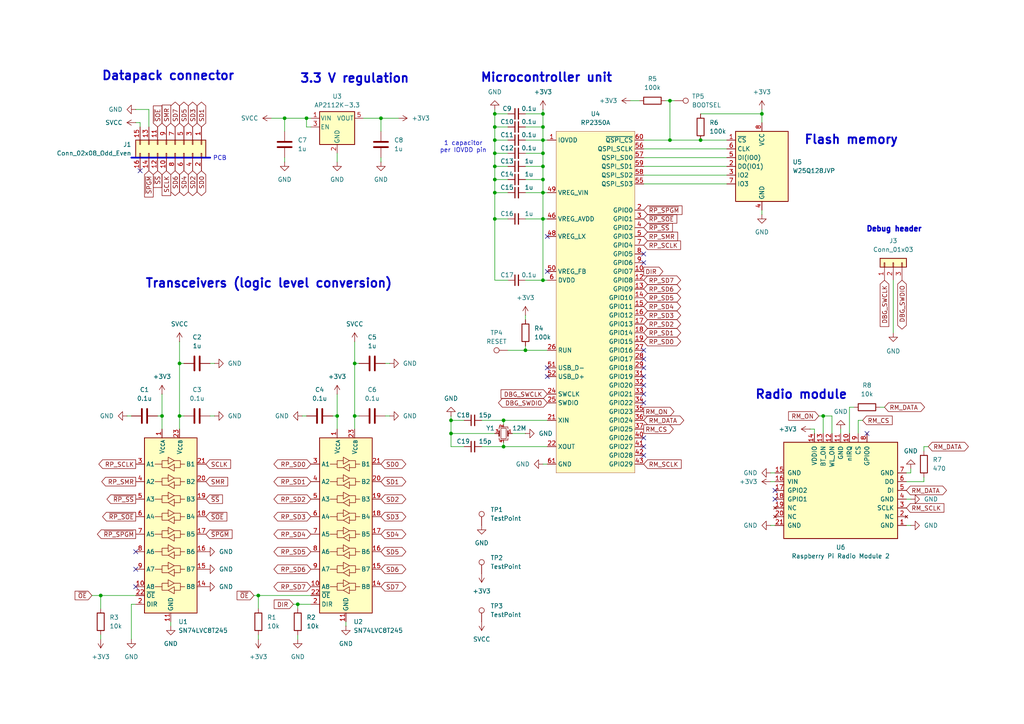
<source format=kicad_sch>
(kicad_sch (version 20250114) (generator "eeschema") (generator_version "9.0")
  (paper "A4")
  (title_block (title "ORGNET") (date "2025-07-22") (rev "1") (company "James Livesey"))
  (polyline (pts (xy 243.7942 167.7669) (xy 243.7942 167.7668) (xy 243.8658 167.7685) (xy 243.9366 167.7737) (xy 244.0063 167.7823) (xy 244.0748 167.7941) (xy 244.1422 167.8092) (xy 244.2083 167.8274) (xy 244.2731 167.8487) (xy 244.3363 167.8729) (xy 244.398 167.9) (xy 244.4581 167.9299) (xy 244.5164 167.9626) (xy 244.573 167.9979) (xy 244.6276 168.0358) (xy 244.6803 168.0761) (xy 244.7308 168.1189) (xy 244.7792 168.164) (xy 244.8254 168.2114) (xy 244.8692 168.261) (xy 244.9105 168.3126) (xy 244.9494 168.3663) (xy 244.9857 168.4219) (xy 245.0192 168.4793) (xy 245.05 168.5385) (xy 245.0779 168.5995) (xy 245.1029 168.662) (xy 245.1248 168.7261) (xy 245.1436 168.7916) (xy 245.1592 168.8586) (xy 245.1714 168.9268) (xy 245.1803 168.9962) (xy 245.1857 169.0668) (xy 245.1875 169.1384) (xy 245.1857 169.2102) (xy 245.1803 169.2811) (xy 245.1714 169.351) (xy 245.1591 169.4198) (xy 245.1436 169.4874) (xy 245.1248 169.5537) (xy 245.1028 169.6186) (xy 245.0779 169.6821) (xy 245.0499 169.744) (xy 245.0191 169.8043) (xy 244.9855 169.8629) (xy 244.9493 169.9197) (xy 244.9104 169.9746) (xy 244.869 170.0275) (xy 244.8252 170.0783) (xy 244.779 170.1269) (xy 244.7306 170.1733) (xy 244.6801 170.2173) (xy 244.6274 170.2589) (xy 244.5728 170.298) (xy 244.5162 170.3345) (xy 244.4579 170.3682) (xy 244.3978 170.3992) (xy 244.3361 170.4273) (xy 244.2729 170.4524) (xy 244.2082 170.4744) (xy 244.1421 170.4933) (xy 244.0747 170.509) (xy 244.0061 170.5213) (xy 243.9365 170.5303) (xy 243.8658 170.5357) (xy 243.7942 170.5375) (xy 242.8698 170.5361) (xy 242.8698 169.7214) (xy 243.7951 169.7276) (xy 243.8254 169.7268) (xy 243.8552 169.7246) (xy 243.8845 169.7208) (xy 243.9135 169.7156) (xy 243.9419 169.709) (xy 243.9698 169.7011) (xy 243.997 169.6918) (xy 244.0237 169.6813) (xy 244.0498 169.6695) (xy 244.0751 169.6565) (xy 244.0997 169.6423) (xy 244.1236 169.6269) (xy 244.1466 169.6105) (xy 244.1688 169.593) (xy 244.1901 169.5745) (xy 244.2106 169.555) (xy 244.23 169.5345) (xy 244.2485 169.5131) (xy 244.266 169.4908) (xy 244.2824 169.4677) (xy 244.2977 169.4438) (xy 244.3118 169.4192) (xy 244.3248 169.3938) (xy 244.3366 169.3677) (xy 244.3472 169.3409) (xy 244.3564 169.3136) (xy 244.3643 169.2856) (xy 244.3709 169.2571) (xy 244.3761 169.2281) (xy 244.3798 169.1986) (xy 244.3821 169.1687) (xy 244.3829 169.1385) (xy 244.3821 169.1083) (xy 244.3798 169.0787) (xy 244.3761 169.0496) (xy 244.3709 169.0211) (xy 244.3643 168.9933) (xy 244.3564 168.9661) (xy 244.3472 168.9397) (xy 244.3366 168.9139) (xy 244.3248 168.8888) (xy 244.3118 168.8645) (xy 244.2977 168.841) (xy 244.2824 168.8183) (xy 244.266 168.7965) (xy 244.2485 168.7755) (xy 244.23 168.7555) (xy 244.2106 168.7363) (xy 244.1901 168.7181) (xy 244.1688 168.7009) (xy 244.1466 168.6847) (xy 244.1236 168.6695) (xy 244.0997 168.6554) (xy 244.0751 168.6423) (xy 244.0498 168.6304) (xy 244.0237 168.6196) (xy 243.997 168.61) (xy 243.9698 168.6016) (xy 243.9419 168.5944) (xy 243.9135 168.5884) (xy 243.8845 168.5838) (xy 243.8552 168.5804) (xy 243.8254 168.5783) (xy 243.7951 168.5777) (xy 242.8698 168.5744) (xy 242.8698 167.7602) (xy 243.7942 167.7669)) (stroke (width -0.0001) (type solid)) (fill (type color)))
  (polyline (pts (xy 234.9781 176.0328) (xy 234.9781 172.7677) (xy 235.9477 172.7677) (xy 235.9973 172.7677) (xy 235.9973 178.2789) (xy 234.8887 178.2789) (xy 233.3848 175.0339) (xy 233.3848 178.2789) (xy 232.3445 178.2789) (xy 232.3445 172.7677) (xy 233.4742 172.7677) (xy 234.9781 176.0328)) (stroke (width -0.0001) (type solid)) (fill (type color)))
  (polyline (pts (xy 229.0873 172.7699) (xy 229.1722 172.7764) (xy 229.2558 172.7871) (xy 229.3379 172.8019) (xy 229.4184 172.8207) (xy 229.4973 172.8434) (xy 229.5744 172.8699) (xy 229.6496 172.9001) (xy 229.7229 172.9339) (xy 229.7942 172.9713) (xy 229.8633 173.012) (xy 229.9303 173.0561) (xy 229.9948 173.1033) (xy 230.057 173.1537) (xy 230.1166 173.2071) (xy 230.1736 173.2634) (xy 230.2279 173.3224) (xy 230.2794 173.3842) (xy 230.328 173.4487) (xy 230.3736 173.5156) (xy 230.4161 173.5849) (xy 230.4554 173.6565) (xy 230.4914 173.7304) (xy 230.524 173.8063) (xy 230.5532 173.8843) (xy 230.5788 173.9642) (xy 230.6007 174.0458) (xy 230.6188 174.1292) (xy 230.6331 174.2142) (xy 230.6434 174.3008) (xy 230.6496 174.3887) (xy 230.6517 174.4779) (xy 230.6535 174.6684) (xy 229.6084 174.6684) (xy 229.607 174.4775) (xy 229.6062 174.4429) (xy 229.604 174.4089) (xy 229.6003 174.3755) (xy 229.5951 174.3427) (xy 229.5886 174.3106) (xy 229.5807 174.2793) (xy 229.5715 174.2486) (xy 229.5609 174.2188) (xy 229.5491 174.1898) (xy 229.5361 174.1616) (xy 229.5219 174.1343) (xy 229.5064 174.1079) (xy 229.4899 174.0824) (xy 229.4722 174.058) (xy 229.4535 174.0346) (xy 229.4337 174.0122) (xy 229.4129 173.9909) (xy 229.3911 173.9708) (xy 229.3684 173.9517) (xy 229.3447 173.9339) (xy 229.3202 173.9174) (xy 229.2948 173.902) (xy 229.2686 173.888) (xy 229.2416 173.8753) (xy 229.2138 173.864) (xy 229.1853 173.8541) (xy 229.1562 173.8456) (xy 229.1263 173.8385) (xy 229.0959 173.833) (xy 229.0648 173.829) (xy 229.0332 173.8266) (xy 229.001 173.8258) (xy 228.9682 173.8266) (xy 228.9358 173.8291) (xy 228.9039 173.8333) (xy 228.8725 173.839) (xy 228.8416 173.8463) (xy 228.8113 173.8551) (xy 228.7816 173.8654) (xy 228.7526 173.8771) (xy 228.7243 173.8901) (xy 228.6968 173.9045) (xy 228.67 173.9202) (xy 228.6441 173.9372) (xy 228.619 173.9554) (xy 228.5948 173.9747) (xy 228.5716 173.9952) (xy 228.5494 174.0168) (xy 228.5282 174.0395) (xy 228.5081 174.0631) (xy 228.4891 174.0877) (xy 228.4712 174.1133) (xy 228.4546 174.1397) (xy 228.4392 174.167) (xy 228.425 174.195) (xy 228.4122 174.2239) (xy 228.4007 174.2534) (xy 228.3906 174.2836) (xy 228.382 174.3145) (xy 228.3749 174.346) (xy 228.3692 174.378) (xy 228.3651 174.4105) (xy 228.3627 174.4435) (xy 228.3618 174.477) (xy 228.369 175.5274) (xy 228.3618 176.6302) (xy 228.3627 176.6637) (xy 228.3651 176.6967) (xy 228.3692 176.7293) (xy 228.3749 176.7613) (xy 228.382 176.7928) (xy 228.3906 176.8237) (xy 228.4007 176.8539) (xy 228.4122 176.8835) (xy 228.425 176.9123) (xy 228.4392 176.9404) (xy 228.4546 176.9677) (xy 228.4712 176.9941) (xy 228.4891 177.0196) (xy 228.5081 177.0442) (xy 228.5282 177.0679) (xy 228.5494 177.0905) (xy 228.5716 177.1121) (xy 228.5948 177.1326) (xy 228.619 177.1519) (xy 228.6441 177.1701) (xy 228.67 177.187) (xy 228.6968 177.2027) (xy 228.7243 177.2171) (xy 228.7526 177.2302) (xy 228.7816 177.2418) (xy 228.8113 177.2521) (xy 228.8416 177.2609) (xy 228.8725 177.2681) (xy 228.9039 177.2739) (xy 228.9358 177.278) (xy 228.9682 177.2805) (xy 229.001 177.2814) (xy 229.0332 177.2806) (xy 229.0648 177.2781) (xy 229.0959 177.2741) (xy 229.1263 177.2686) (xy 229.1562 177.2616) (xy 229.1853 177.2531) (xy 229.2138 177.2431) (xy 229.2416 177.2318) (xy 229.2686 177.2191) (xy 229.2948 177.205) (xy 229.3202 177.1897) (xy 229.3447 177.1731) (xy 229.3684 177.1552) (xy 229.3911 177.1362) (xy 229.4129 177.116) (xy 229.4337 177.0947) (xy 229.4535 177.0723) (xy 229.4722 177.0489) (xy 229.4899 177.0244) (xy 229.5064 176.9989) (xy 229.5219 176.9725) (xy 229.5361 176.9452) (xy 229.5491 176.917) (xy 229.5609 176.888) (xy 229.5715 176.8581) (xy 229.5807 176.8275) (xy 229.5886 176.7961) (xy 229.5951 176.764) (xy 229.6003 176.7312) (xy 229.604 176.6978) (xy 229.6062 176.6638) (xy 229.607 176.6292) (xy 229.6081 176.4186) (xy 228.9059 176.4186) (xy 228.9059 175.4831) (xy 230.6599 175.4793) (xy 230.6513 176.6297) (xy 230.6491 176.7189) (xy 230.6429 176.8069) (xy 230.6326 176.8934) (xy 230.6183 176.9784) (xy 230.6002 177.0617) (xy 230.5783 177.1434) (xy 230.5527 177.2233) (xy 230.5235 177.3012) (xy 230.4909 177.3772) (xy 230.4549 177.451) (xy 230.4156 177.5226) (xy 230.3731 177.5919) (xy 230.3275 177.6588) (xy 230.2789 177.7232) (xy 230.2274 177.785) (xy 230.1731 177.844) (xy 230.1161 177.9003) (xy 230.0565 177.9536) (xy 229.9943 178.004) (xy 229.9298 178.0512) (xy 229.8629 178.0953) (xy 229.7937 178.136) (xy 229.7224 178.1733) (xy 229.6491 178.2071) (xy 229.5739 178.2373) (xy 229.4968 178.2638) (xy 229.4179 178.2865) (xy 229.3374 178.3053) (xy 229.2553 178.3201) (xy 229.1717 178.3308) (xy 229.0868 178.3373) (xy 229.0006 178.3395) (xy 228.9142 178.3372) (xy 228.8288 178.3306) (xy 228.7447 178.3197) (xy 228.662 178.3047) (xy 228.5806 178.2856) (xy 228.5008 178.2625) (xy 228.4227 178.2356) (xy 228.3463 178.2049) (xy 228.2718 178.1707) (xy 228.1992 178.1329) (xy 228.1288 178.0917) (xy 228.0605 178.0472) (xy 227.9945 177.9995) (xy 227.9309 177.9487) (xy 227.8698 177.8949) (xy 227.8113 177.8383) (xy 227.7556 177.7789) (xy 227.7026 177.7168) (xy 227.6526 177.6522) (xy 227.6056 177.5851) (xy 227.5618 177.5158) (xy 227.5212 177.4442) (xy 227.484 177.3705) (xy 227.4503 177.2947) (xy 227.4201 177.2171) (xy 227.3936 177.1377) (xy 227.3709 177.0566) (xy 227.3521 176.9739) (xy 227.3372 176.8898) (xy 227.3265 176.8043) (xy 227.32 176.7176) (xy 227.3178 176.6297) (xy 227.3203 175.5553) (xy 227.3178 174.4808) (xy 227.32 174.3929) (xy 227.3265 174.3062) (xy 227.3372 174.2207) (xy 227.3521 174.1365) (xy 227.3709 174.0538) (xy 227.3936 173.9727) (xy 227.4201 173.8932) (xy 227.4503 173.8155) (xy 227.4841 173.7397) (xy 227.5213 173.6659) (xy 227.5619 173.5942) (xy 227.6057 173.5248) (xy 227.6527 173.4576) (xy 227.7027 173.3929) (xy 227.7556 173.3308) (xy 227.8114 173.2712) (xy 227.8699 173.2145) (xy 227.931 173.1606) (xy 227.9946 173.1097) (xy 228.0606 173.0618) (xy 228.1289 173.0172) (xy 228.1994 172.9759) (xy 228.272 172.9379) (xy 228.3465 172.9035) (xy 228.4229 172.8727) (xy 228.5011 172.8456) (xy 228.5809 172.8224) (xy 228.6623 172.8031) (xy 228.7451 172.7879) (xy 228.8293 172.7769) (xy 228.9146 172.7701) (xy 229.0011 172.7677) (xy 229.0873 172.7699)) (stroke (width -0.0001) (type solid)) (fill (type color)))
  (polyline (pts (xy 240.2361 169.5569) (xy 238.0589 169.5569) (xy 238.0589 168.7408) (xy 240.2361 168.7408) (xy 240.2361 169.5569)) (stroke (width -0.0001) (type solid)) (fill (type color)))
  (polyline (pts (xy 240.6132 173.656) (xy 238.7851 173.656) (xy 238.7851 174.9194) (xy 240.4694 174.9194) (xy 240.4694 175.8073) (xy 238.7851 175.8073) (xy 238.7851 177.3747) (xy 240.6132 177.3747) (xy 240.6132 178.262) (xy 237.6818 178.262) (xy 237.6818 172.7677) (xy 240.5656 172.7677) (xy 240.5656 172.7672) (xy 240.6132 172.7672) (xy 240.6132 173.656)) (stroke (width -0.0001) (type solid)) (fill (type color)))
  (polyline (pts (xy 223.7066 172.8005) (xy 223.8933 172.8089) (xy 224.0797 172.8249) (xy 224.2638 172.85) (xy 224.4439 172.8858) (xy 224.5319 172.9083) (xy 224.6181 172.934) (xy 224.7024 172.9632) (xy 224.7846 172.996) (xy 224.8643 173.0328) (xy 224.9414 173.0736) (xy 225.0156 173.1186) (xy 225.0867 173.1682) (xy 225.1545 173.2224) (xy 225.2187 173.2814) (xy 225.2791 173.3455) (xy 225.3355 173.4149) (xy 225.3876 173.4897) (xy 225.4352 173.5702) (xy 225.478 173.6565) (xy 225.516 173.7489) (xy 225.5487 173.8476) (xy 225.576 173.9526) (xy 225.5976 174.0644) (xy 225.6133 174.1829) (xy 225.6229 174.3085) (xy 225.6262 174.4414) (xy 225.6219 174.6001) (xy 225.6165 174.6764) (xy 225.6089 174.7508) (xy 225.5991 174.8231) (xy 225.5872 174.8934) (xy 225.573 174.9618) (xy 225.5566 175.0281) (xy 225.538 175.0925) (xy 225.5172 175.1549) (xy 225.4942 175.2154) (xy 225.469 175.2738) (xy 225.4414 175.3304) (xy 225.4117 175.385) (xy 225.3797 175.4376) (xy 225.3454 175.4883) (xy 225.3088 175.5371) (xy 225.27 175.5839) (xy 225.2289 175.6289) (xy 225.1855 175.6719) (xy 225.1398 175.713) (xy 225.0918 175.7522) (xy 225.0414 175.7896) (xy 224.9888 175.825) (xy 224.9338 175.8586) (xy 224.8764 175.8903) (xy 224.8167 175.9201) (xy 224.7547 175.948) (xy 224.6903 175.9742) (xy 224.6236 175.9984) (xy 224.5544 176.0208) (xy 224.4829 176.0414) (xy 225.6332 178.3092) (xy 224.5714 178.3092) (xy 223.4211 176.1483) (xy 223.4211 178.3092) (xy 222.359 178.3092) (xy 222.359 173.8195) (xy 223.4214 173.8195) (xy 223.4214 175.0844) (xy 223.6293 175.0844) (xy 223.7219 175.0834) (xy 223.813 175.0801) (xy 223.9021 175.0738) (xy 223.9884 175.0641) (xy 224.0714 175.0502) (xy 224.1114 175.0416) (xy 224.1504 175.0317) (xy 224.1882 175.0205) (xy 224.2248 175.0079) (xy 224.2602 174.9939) (xy 224.2941 174.9784) (xy 224.3266 174.9612) (xy 224.3575 174.9424) (xy 224.3868 174.9218) (xy 224.4145 174.8994) (xy 224.4404 174.8751) (xy 224.4644 174.8489) (xy 224.4865 174.8206) (xy 224.5066 174.7902) (xy 224.5247 174.7576) (xy 224.5405 174.7228) (xy 224.5542 174.6857) (xy 224.5655 174.6461) (xy 224.5745 174.6041) (xy 224.581 174.5596) (xy 224.5849 174.5124) (xy 224.5863 174.4626) (xy 224.5857 174.426) (xy 224.5838 174.3905) (xy 224.5806 174.3561) (xy 224.5762 174.3227) (xy 224.5706 174.2904) (xy 224.5637 174.2592) (xy 224.5555 174.2291) (xy 224.5461 174.2) (xy 224.5355 174.1721) (xy 224.5236 174.1452) (xy 224.5105 174.1195) (xy 224.4962 174.0948) (xy 224.4806 174.0713) (xy 224.4638 174.0489) (xy 224.4458 174.0276) (xy 224.4266 174.0075) (xy 224.4097 173.9916) (xy 224.3922 173.9767) (xy 224.3555 173.9494) (xy 224.3167 173.9254) (xy 224.276 173.9044) (xy 224.2337 173.8863) (xy 224.1901 173.8708) (xy 224.1454 173.8578) (xy 224.0998 173.8471) (xy 224.0537 173.8384) (xy 224.0073 173.8316) (xy 223.9608 173.8264) (xy 223.9146 173.8226) (xy 223.8238 173.8186) (xy 223.7369 173.8179) (xy 223.7369 173.8181) (xy 223.7131 173.8182) (xy 223.6898 173.8185) (xy 223.6451 173.8192) (xy 223.5653 173.8195) (xy 223.4214 173.8195) (xy 222.359 173.8195) (xy 222.359 172.798) (xy 222.409 172.798) (xy 223.5214 172.798) (xy 223.7066 172.8005)) (stroke (width -0.0001) (type solid)) (fill (type color)))
  (polyline (pts (xy 235.2595 169.5569) (xy 233.0822 169.5569) (xy 233.0822 168.7408) (xy 235.2595 168.7408) (xy 235.2595 169.5569)) (stroke (width -0.0001) (type solid)) (fill (type color)))
  (polyline (pts (xy 225.0848 169.5569) (xy 222.9075 169.5569) (xy 222.9075 168.7408) (xy 225.0848 168.7408) (xy 225.0848 169.5569)) (stroke (width -0.0001) (type solid)) (fill (type color)))
  (polyline (pts (xy 219.1159 172.824) (xy 219.2 172.8303) (xy 219.2828 172.8407) (xy 219.3641 172.8551) (xy 219.4438 172.8734) (xy 219.522 172.8955) (xy 219.5983 172.9213) (xy 219.6729 172.9507) (xy 219.7456 172.9836) (xy 219.8162 173.0199) (xy 219.8847 173.0595) (xy 219.951 173.1023) (xy 220.015 173.1483) (xy 220.0766 173.1972) (xy 220.1357 173.2491) (xy 220.1922 173.3039) (xy 220.246 173.3613) (xy 220.2971 173.4214) (xy 220.3453 173.484) (xy 220.3905 173.5491) (xy 220.4326 173.6165) (xy 220.4716 173.6861) (xy 220.5073 173.7579) (xy 220.5396 173.8317) (xy 220.5685 173.9075) (xy 220.5939 173.9852) (xy 220.6156 174.0646) (xy 220.6336 174.1456) (xy 220.6478 174.2282) (xy 220.658 174.3123) (xy 220.6642 174.3978) (xy 220.6663 174.4845) (xy 220.6745 175.5542) (xy 220.6663 176.6238) (xy 220.6642 176.7105) (xy 220.658 176.7959) (xy 220.6478 176.8799) (xy 220.6336 176.9625) (xy 220.6156 177.0435) (xy 220.5939 177.1229) (xy 220.5685 177.2005) (xy 220.5396 177.2762) (xy 220.5073 177.35) (xy 220.4716 177.4218) (xy 220.4326 177.4914) (xy 220.3905 177.5587) (xy 220.3453 177.6238) (xy 220.2971 177.6863) (xy 220.246 177.7464) (xy 220.1922 177.8038) (xy 220.1357 177.8585) (xy 220.0766 177.9103) (xy 220.015 177.9593) (xy 219.951 178.0052) (xy 219.8847 178.048) (xy 219.8162 178.0876) (xy 219.7456 178.1239) (xy 219.6729 178.1568) (xy 219.5983 178.1861) (xy 219.522 178.2119) (xy 219.4438 178.234) (xy 219.3641 178.2523) (xy 219.2828 178.2666) (xy 219.2 178.277) (xy 219.1159 178.2833) (xy 219.0306 178.2855) (xy 218.9449 178.2833) (xy 218.8602 178.2769) (xy 218.7768 178.2663) (xy 218.6947 178.2516) (xy 218.6141 178.2331) (xy 218.5349 178.2106) (xy 218.4574 178.1845) (xy 218.3817 178.1547) (xy 218.3078 178.1214) (xy 218.2358 178.0846) (xy 218.166 178.0445) (xy 218.0982 178.0013) (xy 218.0328 177.9549) (xy 217.9697 177.9055) (xy 217.9091 177.8533) (xy 217.8511 177.7982) (xy 217.7958 177.7405) (xy 217.7433 177.6801) (xy 217.6938 177.6173) (xy 217.6472 177.5522) (xy 217.6037 177.4848) (xy 217.5635 177.4152) (xy 217.5266 177.3435) (xy 217.4931 177.2699) (xy 217.4632 177.1945) (xy 217.4369 177.1174) (xy 217.4144 177.0386) (xy 217.3957 176.9582) (xy 217.381 176.8765) (xy 217.3704 176.7934) (xy 217.3639 176.7092) (xy 217.3617 176.6238) (xy 217.3646 175.5537) (xy 217.3617 174.4845) (xy 217.3617 174.4839) (xy 218.3986 174.4839) (xy 218.4049 175.554) (xy 218.4049 175.5542) (xy 218.3986 176.6244) (xy 218.3995 176.6566) (xy 218.4019 176.6886) (xy 218.4059 176.7202) (xy 218.4114 176.7512) (xy 218.4185 176.7818) (xy 218.427 176.8117) (xy 218.4369 176.841) (xy 218.4482 176.8696) (xy 218.4608 176.8976) (xy 218.4748 176.9248) (xy 218.49 176.9512) (xy 218.5064 176.9768) (xy 218.524 177.0016) (xy 218.5427 177.0254) (xy 218.5625 177.0483) (xy 218.5834 177.0702) (xy 218.6054 177.0911) (xy 218.6283 177.111) (xy 218.6521 177.1297) (xy 218.6769 177.1473) (xy 218.7025 177.1637) (xy 218.7289 177.1789) (xy 218.7562 177.1929) (xy 218.7841 177.2055) (xy 218.8128 177.2168) (xy 218.8422 177.2268) (xy 218.8722 177.2353) (xy 218.9027 177.2423) (xy 218.9339 177.2479) (xy 218.9655 177.2519) (xy 218.9976 177.2543) (xy 219.0301 177.2552) (xy 219.0619 177.2544) (xy 219.0931 177.252) (xy 219.1238 177.2482) (xy 219.1539 177.2428) (xy 219.1834 177.236) (xy 219.2122 177.2278) (xy 219.2403 177.2181) (xy 219.2677 177.2072) (xy 219.2944 177.1949) (xy 219.3203 177.1813) (xy 219.3454 177.1664) (xy 219.3696 177.1504) (xy 219.393 177.1331) (xy 219.4155 177.1147) (xy 219.437 177.0952) (xy 219.4576 177.0746) (xy 219.4771 177.0529) (xy 219.4956 177.0302) (xy 219.5131 177.0065) (xy 219.5295 176.9819) (xy 219.5447 176.9564) (xy 219.5588 176.9299) (xy 219.5717 176.9026) (xy 219.5834 176.8745) (xy 219.5938 176.8456) (xy 219.6029 176.816) (xy 219.6107 176.7856) (xy 219.6172 176.7546) (xy 219.6223 176.7229) (xy 219.6259 176.6905) (xy 219.6282 176.6576) (xy 219.6289 176.6242) (xy 219.6337 175.5536) (xy 219.6289 174.4839) (xy 219.6282 174.4504) (xy 219.6259 174.4175) (xy 219.6223 174.3851) (xy 219.6172 174.3534) (xy 219.6107 174.3223) (xy 219.6029 174.2919) (xy 219.5938 174.2623) (xy 219.5834 174.2334) (xy 219.5717 174.2052) (xy 219.5588 174.178) (xy 219.5447 174.1515) (xy 219.5295 174.126) (xy 219.5131 174.1013) (xy 219.4956 174.0777) (xy 219.4771 174.055) (xy 219.4576 174.0333) (xy 219.437 174.0127) (xy 219.4155 173.9932) (xy 219.393 173.9748) (xy 219.3696 173.9576) (xy 219.3454 173.9415) (xy 219.3203 173.9267) (xy 219.2944 173.9131) (xy 219.2677 173.9009) (xy 219.2403 173.8899) (xy 219.2122 173.8803) (xy 219.1834 173.8721) (xy 219.1539 173.8653) (xy 219.1238 173.8599) (xy 219.0931 173.8561) (xy 219.0619 173.8537) (xy 219.0301 173.8529) (xy 218.9976 173.8537) (xy 218.9656 173.8562) (xy 218.934 173.8602) (xy 218.9029 173.8658) (xy 218.8723 173.8729) (xy 218.8424 173.8814) (xy 218.813 173.8914) (xy 218.7843 173.9027) (xy 218.7564 173.9154) (xy 218.7291 173.9293) (xy 218.7027 173.9446) (xy 218.6771 173.961) (xy 218.6523 173.9787) (xy 218.6285 173.9974) (xy 218.6056 174.0173) (xy 218.5836 174.0382) (xy 218.5627 174.0602) (xy 218.5429 174.0831) (xy 218.5241 174.1069) (xy 218.5065 174.1317) (xy 218.4901 174.1573) (xy 218.4749 174.1837) (xy 218.4609 174.2109) (xy 218.4483 174.2388) (xy 218.437 174.2675) (xy 218.427 174.2968) (xy 218.4185 174.3267) (xy 218.4115 174.3571) (xy 218.4059 174.3881) (xy 218.4019 174.4196) (xy 218.3995 174.4516) (xy 218.3986 174.4839) (xy 217.3617 174.4839) (xy 217.3639 174.3991) (xy 217.3703 174.3149) (xy 217.381 174.2318) (xy 217.3957 174.15) (xy 217.4143 174.0697) (xy 217.4368 173.9909) (xy 217.4631 173.9137) (xy 217.493 173.8382) (xy 217.5265 173.7646) (xy 217.5634 173.6929) (xy 217.6036 173.6233) (xy 217.647 173.5558) (xy 217.6936 173.4906) (xy 217.7432 173.4278) (xy 217.7957 173.3674) (xy 217.851 173.3096) (xy 217.9089 173.2545) (xy 217.9695 173.2022) (xy 218.0326 173.1528) (xy 218.098 173.1064) (xy 218.1657 173.0631) (xy 218.2356 173.023) (xy 218.3076 172.9862) (xy 218.3815 172.9528) (xy 218.4573 172.923) (xy 218.5348 172.8968) (xy 218.6139 172.8744) (xy 218.6946 172.8558) (xy 218.7767 172.8411) (xy 218.8602 172.8305) (xy 218.9448 172.8241) (xy 219.0306 172.8219) (xy 219.1159 172.824)) (stroke (width -0.0001) (type solid)) (fill (type color)))
  (polyline (pts (xy 245.7572 173.656) (xy 244.5846 173.656) (xy 244.5846 178.2616) (xy 243.4808 178.2616) (xy 243.4808 173.656) (xy 242.3001 173.656) (xy 242.3001 172.7672) (xy 245.7096 172.7672) (xy 245.7572 172.7672) (xy 245.7572 173.656)) (stroke (width -0.0001) (type solid)) (fill (type color)))
  (polyline (pts (xy 220.177 167.7616) (xy 220.177 168.5763) (xy 219.2516 168.5701) (xy 219.2214 168.5709) (xy 219.1916 168.5731) (xy 219.1622 168.5769) (xy 219.1333 168.5821) (xy 219.1049 168.5887) (xy 219.077 168.5966) (xy 219.0497 168.6059) (xy 219.023 168.6164) (xy 218.997 168.6282) (xy 218.9717 168.6412) (xy 218.947 168.6554) (xy 218.9232 168.6708) (xy 218.9002 168.6872) (xy 218.8779 168.7047) (xy 218.8566 168.7232) (xy 218.8362 168.7427) (xy 218.8167 168.7632) (xy 218.7982 168.7846) (xy 218.7808 168.8069) (xy 218.7644 168.83) (xy 218.7491 168.8539) (xy 218.7349 168.8785) (xy 218.7219 168.9039) (xy 218.7101 168.93) (xy 218.6996 168.9568) (xy 218.6903 168.9841) (xy 218.6824 169.0121) (xy 218.6758 169.0406) (xy 218.6707 169.0696) (xy 218.6669 169.0991) (xy 218.6647 169.129) (xy 218.6639 169.1592) (xy 218.6647 169.1894) (xy 218.6669 169.219) (xy 218.6707 169.2481) (xy 218.6758 169.2766) (xy 218.6824 169.3044) (xy 218.6903 169.3316) (xy 218.6996 169.358) (xy 218.7101 169.3838) (xy 218.7219 169.4089) (xy 218.7349 169.4332) (xy 218.7491 169.4567) (xy 218.7644 169.4793) (xy 218.7808 169.5012) (xy 218.7982 169.5222) (xy 218.8167 169.5422) (xy 218.8362 169.5614) (xy 218.8566 169.5796) (xy 218.8779 169.5968) (xy 218.9001 169.613) (xy 218.9232 169.6282) (xy 218.947 169.6423) (xy 218.9717 169.6554) (xy 218.997 169.6673) (xy 219.023 169.6781) (xy 219.0497 169.6877) (xy 219.077 169.6961) (xy 219.1049 169.7033) (xy 219.1333 169.7093) (xy 219.1622 169.7139) (xy 219.1916 169.7173) (xy 219.2214 169.7193) (xy 219.2516 169.72) (xy 220.177 169.7233) (xy 220.177 170.5375) (xy 219.2526 170.5308) (xy 219.2526 170.5309) (xy 219.1809 170.5292) (xy 219.1102 170.524) (xy 219.0405 170.5154) (xy 218.9719 170.5036) (xy 218.9045 170.4885) (xy 218.8384 170.4703) (xy 218.7737 170.449) (xy 218.7104 170.4248) (xy 218.6487 170.3977) (xy 218.5886 170.3678) (xy 218.5303 170.3351) (xy 218.4738 170.2998) (xy 218.4191 170.2619) (xy 218.3665 170.2216) (xy 218.3159 170.1788) (xy 218.2675 170.1337) (xy 218.2214 170.0863) (xy 218.1776 170.0367) (xy 218.1362 169.9851) (xy 218.0973 169.9314) (xy 218.0611 169.8758) (xy 218.0275 169.8184) (xy 217.9967 169.7592) (xy 217.9688 169.6982) (xy 217.9438 169.6357) (xy 217.9219 169.5716) (xy 217.9031 169.5061) (xy 217.8876 169.4391) (xy 217.8753 169.3709) (xy 217.8664 169.3015) (xy 217.8611 169.2309) (xy 217.8592 169.1593) (xy 217.8611 169.0875) (xy 217.8665 169.0166) (xy 217.8753 168.9467) (xy 217.8876 168.8779) (xy 217.9032 168.8103) (xy 217.922 168.744) (xy 217.9439 168.6791) (xy 217.9689 168.6156) (xy 217.9968 168.5537) (xy 218.0276 168.4934) (xy 218.0612 168.4348) (xy 218.0975 168.378) (xy 218.1363 168.3231) (xy 218.1777 168.2702) (xy 218.2215 168.2194) (xy 218.2677 168.1708) (xy 218.3161 168.1244) (xy 218.3667 168.0804) (xy 218.4193 168.0388) (xy 218.474 167.9997) (xy 218.5305 167.9632) (xy 218.5888 167.9295) (xy 218.6489 167.8985) (xy 218.7106 167.8704) (xy 218.7739 167.8453) (xy 218.8386 167.8233) (xy 218.9047 167.8044) (xy 218.972 167.7887) (xy 219.0406 167.7764) (xy 219.1103 167.7674) (xy 219.1809 167.762) (xy 219.2526 167.7602) (xy 220.177 167.7616)) (stroke (width -0.0001) (type solid)) (fill (type color)))
  (polyline (pts (xy 230.0775 169.5569) (xy 227.9002 169.5569) (xy 227.9002 168.7408) (xy 230.0775 168.7408) (xy 230.0775 169.5569)) (stroke (width -0.0001) (type solid)) (fill (type color)))
  (text "Flash memory" (at 246.888 40.64 0) (effects (font (size 2.54 2.54) (thickness 0.508) (bold yes))))
  (text "Microcontroller unit" (at 158.496 22.606 0) (effects (font (size 2.54 2.54) (thickness 0.508) (bold yes))))
  (text "PCB" (at 63.754 45.974 0) (effects (font (size 1.27 1.27))))
  (text "Debug header" (at 259.334 66.548 0) (effects (font (size 1.524 1.524) (thickness 0.508) (bold yes))))
  (text "3.3 V regulation" (at 102.87 22.86 0) (effects (font (size 2.54 2.54) (thickness 0.508) (bold yes))))
  (text "1 capacitor\nper IOVDD pin" (at 134.366 42.672 0) (effects (font (size 1.27 1.27))))
  (text "Datapack connector" (at 48.768 22.098 0) (effects (font (size 2.54 2.54) (thickness 0.508) (bold yes))))
  (text "Transceivers (logic level conversion)" (at 77.978 82.296 0) (effects (font (size 2.54 2.54) (thickness 0.508) (bold yes))))
  (text "Radio module" (at 232.41 114.554 0) (effects (font (size 2.54 2.54) (thickness 0.508) (bold yes))))
  (junction (at 130.81 121.92))
  (junction (at 157.48 52.07))
  (junction (at 102.87 120.65))
  (junction (at 46.99 120.65))
  (junction (at 194.31 40.64))
  (junction (at 130.81 125.73))
  (junction (at 143.51 63.5))
  (junction (at 194.31 29.21))
  (junction (at 146.05 121.92))
  (junction (at 102.87 105.41))
  (junction (at 86.36 175.26))
  (junction (at 157.48 36.83))
  (junction (at 157.48 48.26))
  (junction (at 152.4 101.6))
  (junction (at 82.55 34.29))
  (junction (at 88.9 34.29))
  (junction (at 143.51 36.83))
  (junction (at 157.48 44.45))
  (junction (at 143.51 33.02))
  (junction (at 203.2 40.64))
  (junction (at 143.51 52.07))
  (junction (at 143.51 44.45))
  (junction (at 110.49 34.29))
  (junction (at 157.48 63.5))
  (junction (at 29.21 172.72))
  (junction (at 157.48 33.02))
  (junction (at 157.48 81.28))
  (junction (at 143.51 55.88))
  (junction (at 143.51 40.64))
  (junction (at 238.76 120.65))
  (junction (at 157.48 40.64))
  (junction (at 52.07 105.41))
  (junction (at 220.98 33.02))
  (junction (at 146.05 129.54))
  (junction (at 74.93 172.72))
  (junction (at 97.79 120.65))
  (junction (at 143.51 48.26))
  (junction (at 157.48 55.88))
  (junction (at 52.07 120.65))
  (no_connect (at 186.69 129.54))
  (no_connect (at 251.46 125.73))
  (no_connect (at 224.79 142.24))
  (no_connect (at 186.69 76.2))
  (no_connect (at 158.75 106.68))
  (no_connect (at 39.37 160.02))
  (no_connect (at 186.69 116.84))
  (no_connect (at 39.37 165.1))
  (no_connect (at 186.69 73.66))
  (no_connect (at 186.69 127))
  (no_connect (at 186.69 114.3))
  (no_connect (at 158.75 68.58))
  (no_connect (at 40.64 49.53))
  (no_connect (at 158.75 78.74))
  (no_connect (at 186.69 109.22))
  (no_connect (at 186.69 101.6))
  (no_connect (at 158.75 109.22))
  (no_connect (at 186.69 132.08))
  (no_connect (at 186.69 104.14))
  (no_connect (at 186.69 106.68))
  (no_connect (at 39.37 170.18))
  (no_connect (at 224.79 144.78))
  (no_connect (at 186.69 111.76))
  (wire (pts (xy 29.21 172.72) (xy 39.37 172.72)))
  (wire (pts (xy 52.07 120.65) (xy 52.07 124.46)))
  (wire (pts (xy 85.09 175.26) (xy 86.36 175.26)))
  (wire (pts (xy 130.81 120.65) (xy 130.81 121.92)))
  (wire (pts (xy 97.79 46.99) (xy 97.79 44.45)))
  (polyline (pts (xy 38.1 45.72) (xy 60.96 45.72)) (stroke (width 0.508)))
  (wire (pts (xy 248.92 121.92) (xy 248.92 125.73)))
  (wire (pts (xy 143.51 40.64) (xy 143.51 44.45)))
  (wire (pts (xy 262.89 144.78) (xy 264.16 144.78)))
  (wire (pts (xy 97.79 114.3) (xy 97.79 120.65)))
  (wire (pts (xy 152.4 101.6) (xy 152.4 100.33)))
  (wire (pts (xy 157.48 55.88) (xy 157.48 63.5)))
  (wire (pts (xy 134.62 129.54) (xy 130.81 129.54)))
  (wire (pts (xy 157.48 134.62) (xy 158.75 134.62)))
  (wire (pts (xy 152.4 63.5) (xy 157.48 63.5)))
  (wire (pts (xy 238.76 120.65) (xy 238.76 125.73)))
  (wire (pts (xy 236.22 124.46) (xy 234.95 124.46)))
  (wire (pts (xy 194.31 29.21) (xy 194.31 40.64)))
  (wire (pts (xy 256.54 118.11) (xy 255.27 118.11)))
  (wire (pts (xy 53.34 105.41) (xy 52.07 105.41)))
  (wire (pts (xy 130.81 121.92) (xy 130.81 125.73)))
  (wire (pts (xy 88.9 34.29) (xy 88.9 36.83)))
  (wire (pts (xy 78.74 34.29) (xy 82.55 34.29)))
  (wire (pts (xy 157.48 40.64) (xy 157.48 44.45)))
  (wire (pts (xy 157.48 48.26) (xy 157.48 52.07)))
  (wire (pts (xy 246.38 118.11) (xy 246.38 125.73)))
  (wire (pts (xy 62.23 120.65) (xy 60.96 120.65)))
  (wire (pts (xy 73.66 172.72) (xy 74.93 172.72)))
  (wire (pts (xy 143.51 81.28) (xy 143.51 63.5)))
  (wire (pts (xy 143.51 44.45) (xy 143.51 48.26)))
  (wire (pts (xy 203.2 33.02) (xy 220.98 33.02)))
  (wire (pts (xy 146.05 129.54) (xy 146.05 128.27)))
  (wire (pts (xy 104.14 105.41) (xy 102.87 105.41)))
  (wire (pts (xy 220.98 62.23) (xy 220.98 60.96)))
  (wire (pts (xy 157.48 63.5) (xy 158.75 63.5)))
  (wire (pts (xy 157.48 33.02) (xy 157.48 36.83)))
  (wire (pts (xy 193.04 29.21) (xy 194.31 29.21)))
  (wire (pts (xy 52.07 99.06) (xy 52.07 105.41)))
  (wire (pts (xy 182.88 29.21) (xy 185.42 29.21)))
  (wire (pts (xy 143.51 31.75) (xy 143.51 33.02)))
  (wire (pts (xy 143.51 36.83) (xy 143.51 40.64)))
  (wire (pts (xy 186.69 45.72) (xy 210.82 45.72)))
  (wire (pts (xy 194.31 29.21) (xy 195.58 29.21)))
  (wire (pts (xy 74.93 184.15) (xy 74.93 185.42)))
  (wire (pts (xy 152.4 33.02) (xy 157.48 33.02)))
  (wire (pts (xy 105.41 34.29) (xy 110.49 34.29)))
  (wire (pts (xy 96.52 120.65) (xy 97.79 120.65)))
  (wire (pts (xy 269.24 129.54) (xy 267.97 129.54)))
  (wire (pts (xy 110.49 46.99) (xy 110.49 45.72)))
  (wire (pts (xy 152.4 52.07) (xy 157.48 52.07)))
  (wire (pts (xy 158.75 40.64) (xy 157.48 40.64)))
  (wire (pts (xy 147.32 63.5) (xy 143.51 63.5)))
  (wire (pts (xy 152.4 36.83) (xy 157.48 36.83)))
  (wire (pts (xy 143.51 52.07) (xy 147.32 52.07)))
  (wire (pts (xy 223.52 152.4) (xy 224.79 152.4)))
  (wire (pts (xy 186.69 40.64) (xy 194.31 40.64)))
  (wire (pts (xy 267.97 138.43) (xy 267.97 139.7)))
  (wire (pts (xy 82.55 34.29) (xy 88.9 34.29)))
  (wire (pts (xy 134.62 121.92) (xy 130.81 121.92)))
  (wire (pts (xy 139.7 129.54) (xy 146.05 129.54)))
  (wire (pts (xy 86.36 175.26) (xy 90.17 175.26)))
  (wire (pts (xy 152.4 101.6) (xy 158.75 101.6)))
  (wire (pts (xy 146.05 121.92) (xy 146.05 123.19)))
  (wire (pts (xy 102.87 120.65) (xy 102.87 124.46)))
  (wire (pts (xy 186.69 48.26) (xy 210.82 48.26)))
  (wire (pts (xy 43.18 31.75) (xy 43.18 36.83)))
  (wire (pts (xy 186.69 53.34) (xy 210.82 53.34)))
  (wire (pts (xy 158.75 129.54) (xy 146.05 129.54)))
  (wire (pts (xy 267.97 129.54) (xy 267.97 130.81)))
  (wire (pts (xy 143.51 48.26) (xy 147.32 48.26)))
  (wire (pts (xy 264.16 152.4) (xy 262.89 152.4)))
  (wire (pts (xy 102.87 99.06) (xy 102.87 105.41)))
  (wire (pts (xy 53.34 120.65) (xy 52.07 120.65)))
  (wire (pts (xy 143.51 55.88) (xy 147.32 55.88)))
  (wire (pts (xy 130.81 129.54) (xy 130.81 125.73)))
  (wire (pts (xy 39.37 35.56) (xy 40.64 35.56)))
  (wire (pts (xy 158.75 81.28) (xy 157.48 81.28)))
  (wire (pts (xy 110.49 34.29) (xy 110.49 38.1)))
  (wire (pts (xy 40.64 35.56) (xy 40.64 36.83)))
  (wire (pts (xy 241.3 120.65) (xy 241.3 125.73)))
  (wire (pts (xy 26.67 172.72) (xy 29.21 172.72)))
  (wire (pts (xy 143.51 40.64) (xy 147.32 40.64)))
  (wire (pts (xy 186.69 43.18) (xy 210.82 43.18)))
  (wire (pts (xy 157.48 31.75) (xy 157.48 33.02)))
  (wire (pts (xy 45.72 120.65) (xy 46.99 120.65)))
  (wire (pts (xy 113.03 120.65) (xy 111.76 120.65)))
  (wire (pts (xy 238.76 120.65) (xy 241.3 120.65)))
  (wire (pts (xy 147.32 81.28) (xy 143.51 81.28)))
  (wire (pts (xy 236.22 125.73) (xy 236.22 124.46)))
  (wire (pts (xy 139.7 121.92) (xy 146.05 121.92)))
  (wire (pts (xy 158.75 121.92) (xy 146.05 121.92)))
  (wire (pts (xy 104.14 120.65) (xy 102.87 120.65)))
  (wire (pts (xy 148.59 125.73) (xy 152.4 125.73)))
  (wire (pts (xy 264.16 137.16) (xy 264.16 135.89)))
  (wire (pts (xy 82.55 34.29) (xy 82.55 38.1)))
  (wire (pts (xy 237.49 120.65) (xy 238.76 120.65)))
  (wire (pts (xy 52.07 105.41) (xy 52.07 120.65)))
  (wire (pts (xy 36.83 120.65) (xy 38.1 120.65)))
  (wire (pts (xy 110.49 34.29) (xy 115.57 34.29)))
  (wire (pts (xy 74.93 176.53) (xy 74.93 172.72)))
  (wire (pts (xy 143.51 44.45) (xy 147.32 44.45)))
  (wire (pts (xy 46.99 114.3) (xy 46.99 120.65)))
  (wire (pts (xy 74.93 172.72) (xy 90.17 172.72)))
  (wire (pts (xy 130.81 125.73) (xy 143.51 125.73)))
  (wire (pts (xy 143.51 33.02) (xy 147.32 33.02)))
  (wire (pts (xy 143.51 55.88) (xy 143.51 63.5)))
  (wire (pts (xy 223.52 139.7) (xy 224.79 139.7)))
  (wire (pts (xy 157.48 44.45) (xy 157.48 48.26)))
  (wire (pts (xy 152.4 40.64) (xy 157.48 40.64)))
  (wire (pts (xy 39.37 31.75) (xy 43.18 31.75)))
  (wire (pts (xy 143.51 36.83) (xy 147.32 36.83)))
  (wire (pts (xy 152.4 81.28) (xy 157.48 81.28)))
  (wire (pts (xy 113.03 105.41) (xy 111.76 105.41)))
  (wire (pts (xy 62.23 105.41) (xy 60.96 105.41)))
  (wire (pts (xy 86.36 176.53) (xy 86.36 175.26)))
  (wire (pts (xy 86.36 185.42) (xy 86.36 184.15)))
  (wire (pts (xy 88.9 36.83) (xy 90.17 36.83)))
  (wire (pts (xy 250.19 121.92) (xy 248.92 121.92)))
  (wire (pts (xy 90.17 34.29) (xy 88.9 34.29)))
  (wire (pts (xy 147.32 101.6) (xy 152.4 101.6)))
  (wire (pts (xy 220.98 31.75) (xy 220.98 33.02)))
  (wire (pts (xy 46.99 120.65) (xy 46.99 124.46)))
  (wire (pts (xy 267.97 139.7) (xy 262.89 139.7)))
  (wire (pts (xy 194.31 40.64) (xy 203.2 40.64)))
  (wire (pts (xy 262.89 137.16) (xy 264.16 137.16)))
  (wire (pts (xy 102.87 105.41) (xy 102.87 120.65)))
  (wire (pts (xy 152.4 48.26) (xy 157.48 48.26)))
  (wire (pts (xy 39.37 175.26) (xy 38.1 175.26)))
  (wire (pts (xy 243.84 124.46) (xy 243.84 125.73)))
  (wire (pts (xy 152.4 91.44) (xy 152.4 92.71)))
  (wire (pts (xy 143.51 52.07) (xy 143.51 55.88)))
  (wire (pts (xy 152.4 55.88) (xy 157.48 55.88)))
  (wire (pts (xy 157.48 81.28) (xy 157.48 63.5)))
  (wire (pts (xy 29.21 172.72) (xy 29.21 176.53)))
  (wire (pts (xy 157.48 55.88) (xy 158.75 55.88)))
  (wire (pts (xy 157.48 36.83) (xy 157.48 40.64)))
  (wire (pts (xy 223.52 137.16) (xy 224.79 137.16)))
  (wire (pts (xy 82.55 46.99) (xy 82.55 45.72)))
  (wire (pts (xy 38.1 175.26) (xy 38.1 185.42)))
  (wire (pts (xy 220.98 33.02) (xy 220.98 35.56)))
  (wire (pts (xy 100.33 181.61) (xy 100.33 180.34)))
  (wire (pts (xy 29.21 184.15) (xy 29.21 185.42)))
  (wire (pts (xy 143.51 33.02) (xy 143.51 36.83)))
  (wire (pts (xy 203.2 40.64) (xy 210.82 40.64)))
  (wire (pts (xy 247.65 118.11) (xy 246.38 118.11)))
  (wire (pts (xy 259.08 96.52) (xy 259.08 81.28)))
  (wire (pts (xy 157.48 52.07) (xy 157.48 55.88)))
  (wire (pts (xy 97.79 120.65) (xy 97.79 124.46)))
  (wire (pts (xy 152.4 44.45) (xy 157.48 44.45)))
  (wire (pts (xy 186.69 50.8) (xy 210.82 50.8)))
  (wire (pts (xy 87.63 120.65) (xy 88.9 120.65)))
  (wire (pts (xy 143.51 48.26) (xy 143.51 52.07)))
  (wire (pts (xy 49.53 181.61) (xy 49.53 180.34)))
  (global_label "RP_SD7" (shape tri_state) (at 186.69 81.28 0) (property "Intersheetrefs" "${INTERSHEET_REFS}" (effects (hide yes))))
  (global_label "RP_SMR" (shape input) (at 186.69 68.58 0) (property "Intersheetrefs" "${INTERSHEET_REFS}" (effects (hide yes))))
  (global_label "RP_SD5" (shape tri_state) (at 186.69 86.36 0) (property "Intersheetrefs" "${INTERSHEET_REFS}" (effects (hide yes))))
  (global_label "RM_SCLK" (shape input) (at 262.89 147.32 0) (property "Intersheetrefs" "${INTERSHEET_REFS}" (effects (hide yes))))
  (global_label "SCLK" (shape input) (at 59.69 134.62 0) (property "Intersheetrefs" "${INTERSHEET_REFS}" (effects (hide yes))))
  (global_label "RP_SD6" (shape tri_state) (at 90.17 165.1 180) (property "Intersheetrefs" "${INTERSHEET_REFS}" (effects (hide yes))))
  (global_label "~{RP_SPGM}" (shape input) (at 186.69 60.96 0) (property "Intersheetrefs" "${INTERSHEET_REFS}" (effects (hide yes))))
  (global_label "~{SOE}" (shape input) (at 59.69 149.86 0) (property "Intersheetrefs" "${INTERSHEET_REFS}" (effects (hide yes))))
  (global_label "RP_SD6" (shape tri_state) (at 186.69 83.82 0) (property "Intersheetrefs" "${INTERSHEET_REFS}" (effects (hide yes))))
  (global_label "DBG_SWCLK" (shape input) (at 256.54 81.28 270) (property "Intersheetrefs" "${INTERSHEET_REFS}" (effects (hide yes))))
  (global_label "DBG_SWDIO" (shape bidirectional) (at 261.62 81.28 270) (property "Intersheetrefs" "${INTERSHEET_REFS}" (effects (hide yes))))
  (global_label "~{SS}" (shape input) (at 59.69 144.78 0) (property "Intersheetrefs" "${INTERSHEET_REFS}" (effects (hide yes))))
  (global_label "RP_SD1" (shape tri_state) (at 90.17 139.7 180) (property "Intersheetrefs" "${INTERSHEET_REFS}" (effects (hide yes))))
  (global_label "SD5" (shape tri_state) (at 53.34 36.83 90) (property "Intersheetrefs" "${INTERSHEET_REFS}" (effects (hide yes))))
  (global_label "SD2" (shape tri_state) (at 110.49 144.78 0) (property "Intersheetrefs" "${INTERSHEET_REFS}" (effects (hide yes))))
  (global_label "RP_SD0" (shape tri_state) (at 90.17 134.62 180) (property "Intersheetrefs" "${INTERSHEET_REFS}" (effects (hide yes))))
  (global_label "RM_CS" (shape output) (at 186.69 124.46 0) (property "Intersheetrefs" "${INTERSHEET_REFS}" (effects (hide yes))))
  (global_label "RP_SD5" (shape tri_state) (at 90.17 160.02 180) (property "Intersheetrefs" "${INTERSHEET_REFS}" (effects (hide yes))))
  (global_label "DBG_SWDIO" (shape bidirectional) (at 158.75 116.84 180) (property "Intersheetrefs" "${INTERSHEET_REFS}" (effects (hide yes))))
  (global_label "RP_SD3" (shape tri_state) (at 186.69 91.44 0) (property "Intersheetrefs" "${INTERSHEET_REFS}" (effects (hide yes))))
  (global_label "~{SPGM}" (shape input) (at 59.69 154.94 0) (property "Intersheetrefs" "${INTERSHEET_REFS}" (effects (hide yes))))
  (global_label "RP_SD7" (shape tri_state) (at 90.17 170.18 180) (property "Intersheetrefs" "${INTERSHEET_REFS}" (effects (hide yes))))
  (global_label "SD5" (shape tri_state) (at 110.49 160.02 0) (property "Intersheetrefs" "${INTERSHEET_REFS}" (effects (hide yes))))
  (global_label "~{RP_SOE}" (shape output) (at 39.37 149.86 180) (property "Intersheetrefs" "${INTERSHEET_REFS}" (effects (hide yes))))
  (global_label "RM_DATA" (shape bidirectional) (at 262.89 142.24 0) (property "Intersheetrefs" "${INTERSHEET_REFS}" (effects (hide yes))))
  (global_label "DIR" (shape output) (at 186.69 78.74 0) (property "Intersheetrefs" "${INTERSHEET_REFS}" (effects (hide yes))))
  (global_label "RP_SD0" (shape tri_state) (at 186.69 99.06 0) (property "Intersheetrefs" "${INTERSHEET_REFS}" (effects (hide yes))))
  (global_label "RM_CS" (shape input) (at 250.19 121.92 0) (property "Intersheetrefs" "${INTERSHEET_REFS}" (effects (hide yes))))
  (global_label "RM_DATA" (shape bidirectional) (at 269.24 129.54 0) (property "Intersheetrefs" "${INTERSHEET_REFS}" (effects (hide yes))))
  (global_label "~{RP_SS}" (shape output) (at 39.37 144.78 180) (property "Intersheetrefs" "${INTERSHEET_REFS}" (effects (hide yes))))
  (global_label "SD2" (shape tri_state) (at 55.88 49.53 270) (property "Intersheetrefs" "${INTERSHEET_REFS}" (effects (hide yes))))
  (global_label "RP_SD4" (shape tri_state) (at 186.69 88.9 0) (property "Intersheetrefs" "${INTERSHEET_REFS}" (effects (hide yes))))
  (global_label "SCLK" (shape input) (at 48.26 49.53 270) (property "Intersheetrefs" "${INTERSHEET_REFS}" (effects (hide yes))))
  (global_label "SD1" (shape tri_state) (at 110.49 139.7 0) (property "Intersheetrefs" "${INTERSHEET_REFS}" (effects (hide yes))))
  (global_label "SD0" (shape tri_state) (at 110.49 134.62 0) (property "Intersheetrefs" "${INTERSHEET_REFS}" (effects (hide yes))))
  (global_label "SD4" (shape tri_state) (at 53.34 49.53 270) (property "Intersheetrefs" "${INTERSHEET_REFS}" (effects (hide yes))))
  (global_label "~{OE}" (shape input) (at 73.66 172.72 180) (property "Intersheetrefs" "${INTERSHEET_REFS}" (effects (hide yes))))
  (global_label "RM_ON" (shape input) (at 237.49 120.65 180) (property "Intersheetrefs" "${INTERSHEET_REFS}" (effects (hide yes))))
  (global_label "SMR" (shape input) (at 59.69 139.7 0) (property "Intersheetrefs" "${INTERSHEET_REFS}" (effects (hide yes))))
  (global_label "RP_SD3" (shape tri_state) (at 90.17 149.86 180) (property "Intersheetrefs" "${INTERSHEET_REFS}" (effects (hide yes))))
  (global_label "RP_SMR" (shape output) (at 39.37 139.7 180) (property "Intersheetrefs" "${INTERSHEET_REFS}" (effects (hide yes))))
  (global_label "~{OE}" (shape input) (at 26.67 172.72 180) (property "Intersheetrefs" "${INTERSHEET_REFS}" (effects (hide yes))))
  (global_label "RP_SD2" (shape tri_state) (at 90.17 144.78 180) (property "Intersheetrefs" "${INTERSHEET_REFS}" (effects (hide yes))))
  (global_label "RP_SCLK" (shape output) (at 39.37 134.62 180) (property "Intersheetrefs" "${INTERSHEET_REFS}" (effects (hide yes))))
  (global_label "SD3" (shape tri_state) (at 55.88 36.83 90) (property "Intersheetrefs" "${INTERSHEET_REFS}" (effects (hide yes))))
  (global_label "SD7" (shape tri_state) (at 50.8 36.83 90) (property "Intersheetrefs" "${INTERSHEET_REFS}" (effects (hide yes))))
  (global_label "SD1" (shape tri_state) (at 58.42 36.83 90) (property "Intersheetrefs" "${INTERSHEET_REFS}" (effects (hide yes))))
  (global_label "RM_DATA" (shape bidirectional) (at 256.54 118.11 0) (property "Intersheetrefs" "${INTERSHEET_REFS}" (effects (hide yes))))
  (global_label "~{RP_SS}" (shape input) (at 186.69 66.04 0) (property "Intersheetrefs" "${INTERSHEET_REFS}" (effects (hide yes))))
  (global_label "~{SOE}" (shape input) (at 45.72 36.83 90) (property "Intersheetrefs" "${INTERSHEET_REFS}" (effects (hide yes))))
  (global_label "~{SPGM}" (shape input) (at 43.18 49.53 270) (property "Intersheetrefs" "${INTERSHEET_REFS}" (effects (hide yes))))
  (global_label "DBG_SWCLK" (shape input) (at 158.75 114.3 180) (property "Intersheetrefs" "${INTERSHEET_REFS}" (effects (hide yes))))
  (global_label "RP_SD2" (shape tri_state) (at 186.69 93.98 0) (property "Intersheetrefs" "${INTERSHEET_REFS}" (effects (hide yes))))
  (global_label "SMR" (shape input) (at 48.26 36.83 90) (property "Intersheetrefs" "${INTERSHEET_REFS}" (effects (hide yes))))
  (global_label "SD7" (shape tri_state) (at 110.49 170.18 0) (property "Intersheetrefs" "${INTERSHEET_REFS}" (effects (hide yes))))
  (global_label "~{RP_SOE}" (shape input) (at 186.69 63.5 0) (property "Intersheetrefs" "${INTERSHEET_REFS}" (effects (hide yes))))
  (global_label "RM_SCLK" (shape input) (at 186.69 134.62 0) (property "Intersheetrefs" "${INTERSHEET_REFS}" (effects (hide yes))))
  (global_label "DIR" (shape input) (at 85.09 175.26 180) (property "Intersheetrefs" "${INTERSHEET_REFS}" (effects (hide yes))))
  (global_label "SD0" (shape tri_state) (at 58.42 49.53 270) (property "Intersheetrefs" "${INTERSHEET_REFS}" (effects (hide yes))))
  (global_label "RP_SD1" (shape tri_state) (at 186.69 96.52 0) (property "Intersheetrefs" "${INTERSHEET_REFS}" (effects (hide yes))))
  (global_label "~{RP_SPGM}" (shape output) (at 39.37 154.94 180) (property "Intersheetrefs" "${INTERSHEET_REFS}" (effects (hide yes))))
  (global_label "RP_SCLK" (shape input) (at 186.69 71.12 0) (property "Intersheetrefs" "${INTERSHEET_REFS}" (effects (hide yes))))
  (global_label "RM_ON" (shape output) (at 186.69 119.38 0) (property "Intersheetrefs" "${INTERSHEET_REFS}" (effects (hide yes))))
  (global_label "RM_DATA" (shape bidirectional) (at 186.69 121.92 0) (property "Intersheetrefs" "${INTERSHEET_REFS}" (effects (hide yes))))
  (global_label "SD6" (shape tri_state) (at 50.8 49.53 270) (property "Intersheetrefs" "${INTERSHEET_REFS}" (effects (hide yes))))
  (global_label "SD6" (shape tri_state) (at 110.49 165.1 0) (property "Intersheetrefs" "${INTERSHEET_REFS}" (effects (hide yes))))
  (global_label "RP_SD4" (shape tri_state) (at 90.17 154.94 180) (property "Intersheetrefs" "${INTERSHEET_REFS}" (effects (hide yes))))
  (global_label "SD4" (shape tri_state) (at 110.49 154.94 0) (property "Intersheetrefs" "${INTERSHEET_REFS}" (effects (hide yes))))
  (global_label "SD3" (shape tri_state) (at 110.49 149.86 0) (property "Intersheetrefs" "${INTERSHEET_REFS}" (effects (hide yes))))
  (global_label "~{SS}" (shape input) (at 45.72 49.53 270) (property "Intersheetrefs" "${INTERSHEET_REFS}" (effects (hide yes))))
  (symbol (lib_id "power:GND") (at 264.16 144.78 90) (unit 1)
    (property "Reference" "#PWR042" (effects (hide yes)))
    (property "Value" "GND" (at 267.97 144.7799 90) (effects (justify right)))
    (property "Description" "Power symbol creates a global label with name \"GND\" , ground" (effects (hide yes)))
  )
  (symbol (lib_id "power:GND") (at 152.4 125.73 90) (unit 1)
    (property "Reference" "#PWR031" (effects (hide yes)))
    (property "Value" "GND" (at 156.21 125.7299 90) (effects (justify right)))
    (property "Description" "Power symbol creates a global label with name \"GND\" , ground" (effects (hide yes)))
  )
  (symbol (lib_id "power:GND") (at 139.7 152.4 0) (unit 1)
    (property "Reference" "#PWR050" (effects (hide yes)))
    (property "Value" "GND" (at 139.7 157.48 0))
    (property "Description" "Power symbol creates a global label with name \"GND\" , ground" (effects (hide yes)))
  )
  (symbol (lib_id "MCU_RaspberryPi:RP235x-A") (at 172.72 76.2 0) (unit 1)
    (property "Reference" "U4" (at 172.72 33.02 0))
    (property "Value" "RP2350A" (at 172.72 35.56 0))
    (property "Footprint" "Package_DFN_QFN:QFN-60-1EP_7x7mm_P0.4mm_EP3.4x3.4mm" (effects (hide yes)))
  )
  (symbol (lib_id "power:GND") (at 143.51 31.75 180) (unit 1)
    (property "Reference" "#PWR028" (effects (hide yes)))
    (property "Value" "GND" (at 143.51 26.67 0))
    (property "Description" "Power symbol creates a global label with name \"GND\" , ground" (effects (hide yes)))
  )
  (symbol (lib_id "Connector:TestPoint") (at 139.7 180.34 0) (unit 1)
    (property "Reference" "TP3" (at 142.24 175.7679 0) (effects (justify left)))
    (property "Value" "TestPoint" (at 142.24 178.3079 0) (effects (justify left)))
    (property "Footprint" "TestPoint:TestPoint_Pad_D2.0mm" (effects (hide yes)))
    (property "Description" "test point" (effects (hide yes)))
  )
  (symbol (lib_id "Device:C") (at 107.95 105.41 270) (unit 1)
    (property "Reference" "C5" (at 107.95 97.79 90))
    (property "Value" "1u" (at 107.95 100.33 90))
    (property "Footprint" "Capacitor_SMD:C_0201_0603Metric_Pad0.64x0.40mm_HandSolder" (effects (hide yes)))
    (property "Description" "Unpolarized capacitor" (effects (hide yes)))
  )
  (symbol (lib_id "power:+3V3") (at 46.99 114.3 0) (unit 1)
    (property "Reference" "#PWR04" (effects (hide yes)))
    (property "Value" "+3V3" (at 46.99 109.22 0))
    (property "Description" "Power symbol creates a global label with name \"+3V3\"" (effects (hide yes)))
  )
  (symbol (lib_id "power:+3V3") (at 234.95 124.46 90) (unit 1)
    (property "Reference" "#PWR043" (effects (hide yes)))
    (property "Value" "+3V3" (at 231.14 124.4599 90) (effects (justify left)))
    (property "Description" "Power symbol creates a global label with name \"+3V3\"" (effects (hide yes)))
  )
  (symbol (lib_id "power:GND") (at 87.63 120.65 270) (unit 1)
    (property "Reference" "#PWR09" (effects (hide yes)))
    (property "Value" "GND" (at 83.82 120.6499 90) (effects (justify right)))
    (property "Description" "Power symbol creates a global label with name \"GND\" , ground" (effects (hide yes)))
  )
  (symbol (lib_id "power:GND") (at 59.69 170.18 90) (unit 1)
    (property "Reference" "#PWR019" (effects (hide yes)))
    (property "Value" "GND" (at 63.5 170.1799 90) (effects (justify right)))
    (property "Description" "Power symbol creates a global label with name \"GND\" , ground" (effects (hide yes)))
  )
  (symbol (lib_id "Device:C") (at 82.55 41.91 0) (unit 1)
    (property "Reference" "C7" (at 86.36 40.6399 0) (effects (justify left)))
    (property "Value" "1u" (at 86.36 43.1799 0) (effects (justify left)))
    (property "Footprint" "Capacitor_SMD:C_0201_0603Metric_Pad0.64x0.40mm_HandSolder" (effects (hide yes)))
    (property "Description" "Unpolarized capacitor" (effects (hide yes)))
  )
  (symbol (lib_id "power:GND") (at 113.03 105.41 90) (unit 1)
    (property "Reference" "#PWR012" (effects (hide yes)))
    (property "Value" "GND" (at 116.84 105.4099 90) (effects (justify right)))
    (property "Description" "Power symbol creates a global label with name \"GND\" , ground" (effects (hide yes)))
  )
  (symbol (lib_id "Device:C_Small") (at 149.86 48.26 90) (unit 1)
    (property "Reference" "C13" (at 147.066 46.736 90))
    (property "Value" "1u" (at 153.416 46.736 90))
    (property "Footprint" "Capacitor_SMD:C_0201_0603Metric_Pad0.64x0.40mm_HandSolder" (effects (hide yes)))
    (property "Description" "Unpolarized capacitor, small symbol" (effects (hide yes)))
  )
  (symbol (lib_id "Device:C") (at 57.15 120.65 270) (unit 1)
    (property "Reference" "C3" (at 57.15 113.03 90))
    (property "Value" "0.1u" (at 57.15 115.57 90))
    (property "Footprint" "Capacitor_SMD:C_0201_0603Metric_Pad0.64x0.40mm_HandSolder" (effects (hide yes)))
    (property "Description" "Unpolarized capacitor" (effects (hide yes)))
  )
  (symbol (lib_id "Device:C_Small") (at 137.16 129.54 90) (unit 1)
    (property "Reference" "C19" (at 134.366 128.016 90))
    (property "Value" "15p" (at 140.716 128.016 90))
    (property "Footprint" "Capacitor_SMD:C_0201_0603Metric_Pad0.64x0.40mm_HandSolder" (effects (hide yes)))
    (property "Description" "Unpolarized capacitor, small symbol" (effects (hide yes)))
  )
  (symbol (lib_id "power:+3V3") (at 157.48 31.75 0) (unit 1)
    (property "Reference" "#PWR027" (effects (hide yes)))
    (property "Value" "+3V3" (at 157.48 26.67 0))
    (property "Description" "Power symbol creates a global label with name \"+3V3\"" (effects (hide yes)))
  )
  (symbol (lib_id "Connector:TestPoint") (at 195.58 29.21 270) (unit 1)
    (property "Reference" "TP5" (at 200.66 27.9399 90) (effects (justify left)))
    (property "Value" "BOOTSEL" (at 200.66 30.4799 90) (effects (justify left)))
    (property "Footprint" "TestPoint:TestPoint_Pad_D2.0mm" (effects (hide yes)))
    (property "Description" "test point" (effects (hide yes)))
  )
  (symbol (lib_id "power:+3V3") (at 97.79 114.3 0) (unit 1)
    (property "Reference" "#PWR010" (effects (hide yes)))
    (property "Value" "+3V3" (at 97.79 109.22 0))
    (property "Description" "Power symbol creates a global label with name \"+3V3\"" (effects (hide yes)))
  )
  (symbol (lib_id "Device:C") (at 107.95 120.65 270) (unit 1)
    (property "Reference" "C6" (at 107.95 113.03 90))
    (property "Value" "0.1u" (at 107.95 115.57 90))
    (property "Footprint" "Capacitor_SMD:C_0201_0603Metric_Pad0.64x0.40mm_HandSolder" (effects (hide yes)))
    (property "Description" "Unpolarized capacitor" (effects (hide yes)))
  )
  (symbol (lib_id "power:+3V3") (at 74.93 185.42 180) (unit 1)
    (property "Reference" "#PWR014" (effects (hide yes)))
    (property "Value" "+3V3" (at 74.93 190.5 0))
    (property "Description" "Power symbol creates a global label with name \"+3V3\"" (effects (hide yes)))
  )
  (symbol (lib_id "Device:Crystal_GND24_Small") (at 146.05 125.73 180) (unit 1)
    (property "Reference" "Y1" (at 142.24 124.206 0))
    (property "Value" "12M" (at 150.622 124.206 0))
    (property "Footprint" "Crystal:Crystal_SMD_Abracon_ABM8G-4Pin_3.2x2.5mm" (effects (hide yes)))
    (property "Description" "Four pin crystal, GND on pins 2 and 4, small symbol" (effects (hide yes)))
  )
  (symbol (lib_id "Device:C") (at 41.91 120.65 270) (unit 1)
    (property "Reference" "C1" (at 41.91 113.03 90))
    (property "Value" "0.1u" (at 41.91 115.57 90))
    (property "Footprint" "Capacitor_SMD:C_0201_0603Metric_Pad0.64x0.40mm_HandSolder" (effects (hide yes)))
    (property "Description" "Unpolarized capacitor" (effects (hide yes)))
  )
  (symbol (lib_id "power:GND") (at 157.48 134.62 270) (unit 1)
    (property "Reference" "#PWR033" (effects (hide yes)))
    (property "Value" "GND" (at 153.67 134.6199 90) (effects (justify right)))
    (property "Description" "Power symbol creates a global label with name \"GND\" , ground" (effects (hide yes)))
  )
  (symbol (lib_id "power:VCC") (at 39.37 35.56 90) (unit 1)
    (property "Reference" "#PWR02" (effects (hide yes)))
    (property "Value" "SVCC" (at 35.56 35.5599 90) (effects (justify left)))
    (property "Description" "Power symbol creates a global label with name \"VCC\"" (effects (hide yes)))
  )
  (symbol (lib_id "Connector_Generic:Conn_02x08_Odd_Even") (at 50.8 41.91 270) (unit 1)
    (property "Reference" "J1" (at 38.1 41.9099 90) (effects (justify right)))
    (property "Value" "Conn_02x08_Odd_Even" (at 38.1 44.4499 90) (effects (justify right)))
    (property "Footprint" "Connector_PinSocket_2.54mm:PinSocket_2x08_P2.54mm_Horizontal" (effects (hide yes)))
    (property "Description" "Generic connector, double row, 02x08, odd/even pin numbering scheme (row 1 odd numbers, row 2 even numbers), script generated (kicad-library-utils/schlib/autogen/connector/)" (effects (hide yes)))
  )
  (symbol (lib_id "power:GND") (at 113.03 120.65 90) (unit 1)
    (property "Reference" "#PWR013" (effects (hide yes)))
    (property "Value" "GND" (at 116.84 120.6499 90) (effects (justify right)))
    (property "Description" "Power symbol creates a global label with name \"GND\" , ground" (effects (hide yes)))
  )
  (symbol (lib_id "power:GND") (at 62.23 105.41 90) (unit 1)
    (property "Reference" "#PWR07" (effects (hide yes)))
    (property "Value" "GND" (at 66.04 105.4099 90) (effects (justify right)))
    (property "Description" "Power symbol creates a global label with name \"GND\" , ground" (effects (hide yes)))
  )
  (symbol (lib_id "power:GND") (at 62.23 120.65 90) (unit 1)
    (property "Reference" "#PWR08" (effects (hide yes)))
    (property "Value" "GND" (at 66.04 120.6499 90) (effects (justify right)))
    (property "Description" "Power symbol creates a global label with name \"GND\" , ground" (effects (hide yes)))
  )
  (symbol (lib_id "Device:C") (at 57.15 105.41 270) (unit 1)
    (property "Reference" "C2" (at 57.15 97.79 90))
    (property "Value" "1u" (at 57.15 100.33 90))
    (property "Footprint" "Capacitor_SMD:C_0201_0603Metric_Pad0.64x0.40mm_HandSolder" (effects (hide yes)))
    (property "Description" "Unpolarized capacitor" (effects (hide yes)))
  )
  (symbol (lib_id "Device:C") (at 92.71 120.65 270) (unit 1)
    (property "Reference" "C4" (at 92.71 113.03 90))
    (property "Value" "0.1u" (at 92.71 115.57 90))
    (property "Footprint" "Capacitor_SMD:C_0201_0603Metric_Pad0.64x0.40mm_HandSolder" (effects (hide yes)))
    (property "Description" "Unpolarized capacitor" (effects (hide yes)))
  )
  (symbol (lib_id "Device:C_Small") (at 149.86 52.07 90) (unit 1)
    (property "Reference" "C14" (at 147.066 50.546 90))
    (property "Value" "1u" (at 153.416 50.546 90))
    (property "Footprint" "Capacitor_SMD:C_0201_0603Metric_Pad0.64x0.40mm_HandSolder" (effects (hide yes)))
    (property "Description" "Unpolarized capacitor, small symbol" (effects (hide yes)))
  )
  (symbol (lib_id "Regulator_Linear:AP2112K-3.3") (at 97.79 36.83 0) (unit 1)
    (property "Reference" "U3" (at 97.79 27.94 0))
    (property "Value" "AP2112K-3.3" (at 97.79 30.48 0))
    (property "Footprint" "Package_TO_SOT_SMD:SOT-23-5" (effects (hide yes)))
    (property "Datasheet" "https://www.diodes.com/assets/Datasheets/AP2112.pdf" (effects (hide yes)))
    (property "Description" "600mA low dropout linear regulator, with enable pin, 3.8V-6V input voltage range, 3.3V fixed positive output, SOT-23-5" (effects (hide yes)))
  )
  (symbol (lib_id "power:GND") (at 82.55 46.99 0) (unit 1)
    (property "Reference" "#PWR026" (effects (hide yes)))
    (property "Value" "GND" (at 82.55 52.07 0))
    (property "Description" "Power symbol creates a global label with name \"GND\" , ground" (effects (hide yes)))
  )
  (symbol (lib_id "Connector:TestPoint") (at 147.32 101.6 90) (unit 1)
    (property "Reference" "TP4" (at 144.018 96.52 90))
    (property "Value" "RESET" (at 144.018 99.06 90))
    (property "Footprint" "TestPoint:TestPoint_Pad_D2.0mm" (effects (hide yes)))
    (property "Description" "test point" (effects (hide yes)))
  )
  (symbol (lib_id "Device:R") (at 86.36 180.34 0) (unit 1)
    (property "Reference" "R2" (at 88.9 179.0699 0) (effects (justify left)))
    (property "Value" "10k" (at 88.9 181.6099 0) (effects (justify left)))
    (property "Footprint" "Resistor_SMD:R_0201_0603Metric_Pad0.64x0.40mm_HandSolder" (effects (hide yes)))
    (property "Description" "Resistor" (effects (hide yes)))
  )
  (symbol (lib_id "power:GND") (at 36.83 120.65 270) (unit 1)
    (property "Reference" "#PWR06" (effects (hide yes)))
    (property "Value" "GND" (at 33.02 120.6499 90) (effects (justify right)))
    (property "Description" "Power symbol creates a global label with name \"GND\" , ground" (effects (hide yes)))
  )
  (symbol (lib_id "Device:C_Small") (at 149.86 33.02 90) (unit 1)
    (property "Reference" "C9" (at 147.066 31.496 90))
    (property "Value" "0.1u" (at 153.416 31.496 90))
    (property "Footprint" "Capacitor_SMD:C_0201_0603Metric_Pad0.64x0.40mm_HandSolder" (effects (hide yes)))
    (property "Description" "Unpolarized capacitor, small symbol" (effects (hide yes)))
  )
  (symbol (lib_id "power:VCC") (at 78.74 34.29 90) (unit 1)
    (property "Reference" "#PWR023" (effects (hide yes)))
    (property "Value" "SVCC" (at 74.93 34.2899 90) (effects (justify left)))
    (property "Description" "Power symbol creates a global label with name \"VCC\"" (effects (hide yes)))
  )
  (symbol (lib_id "power:+3V3") (at 223.52 139.7 90) (unit 1)
    (property "Reference" "#PWR045" (effects (hide yes)))
    (property "Value" "+3V3" (at 219.71 139.6999 90) (effects (justify left)))
    (property "Description" "Power symbol creates a global label with name \"+3V3\"" (effects (hide yes)))
  )
  (symbol (lib_id "Logic_LevelTranslator:SN74LVC8T245") (at 100.33 152.4 0) (unit 1)
    (property "Reference" "U2" (at 102.5241 180.34 0) (effects (justify left)))
    (property "Value" "SN74LVC8T245" (at 102.5241 182.88 0) (effects (justify left)))
    (property "Footprint" "Package_SO:TSSOP-24_4.4x7.8mm_P0.65mm" (effects (hide yes)))
    (property "Datasheet" "https://www.ti.com/lit/ds/symlink/sn74lvc8t245.pdf" (effects (hide yes)))
    (property "Description" "8-Bit Dual-Supply Bus Transceiver With Configurable Voltage Translation and 3-State Outputs" (effects (hide yes)))
  )
  (symbol (lib_id "Device:R") (at 74.93 180.34 0) (unit 1)
    (property "Reference" "R1" (at 77.47 179.0699 0) (effects (justify left)))
    (property "Value" "10k" (at 77.47 181.6099 0) (effects (justify left)))
    (property "Footprint" "Resistor_SMD:R_0201_0603Metric_Pad0.64x0.40mm_HandSolder" (effects (hide yes)))
    (property "Description" "Resistor" (effects (hide yes)))
  )
  (symbol (lib_id "power:+3V3") (at 115.57 34.29 270) (unit 1)
    (property "Reference" "#PWR025" (effects (hide yes)))
    (property "Value" "+3V3" (at 119.38 34.2899 90) (effects (justify left)))
    (property "Description" "Power symbol creates a global label with name \"+3V3\"" (effects (hide yes)))
  )
  (symbol (lib_id "power:VCC") (at 52.07 99.06 0) (unit 1)
    (property "Reference" "#PWR05" (effects (hide yes)))
    (property "Value" "SVCC" (at 52.07 93.98 0))
    (property "Description" "Power symbol creates a global label with name \"VCC\"" (effects (hide yes)))
  )
  (symbol (lib_id "power:GND") (at 49.53 181.61 0) (unit 1)
    (property "Reference" "#PWR017" (effects (hide yes)))
    (property "Value" "GND" (at 49.53 186.69 0))
    (property "Description" "Power symbol creates a global label with name \"GND\" , ground" (effects (hide yes)))
  )
  (symbol (lib_id "power:+3V3") (at 139.7 166.37 180) (unit 1)
    (property "Reference" "#PWR051" (effects (hide yes)))
    (property "Value" "+3V3" (at 139.7 171.45 0))
    (property "Description" "Power symbol creates a global label with name \"+3V3\"" (effects (hide yes)))
  )
  (symbol (lib_id "power:GND") (at 38.1 185.42 0) (unit 1)
    (property "Reference" "#PWR015" (effects (hide yes)))
    (property "Value" "GND" (at 38.1 190.5 0))
    (property "Description" "Power symbol creates a global label with name \"GND\" , ground" (effects (hide yes)))
  )
  (symbol (lib_id "power:GND") (at 110.49 46.99 0) (unit 1)
    (property "Reference" "#PWR024" (effects (hide yes)))
    (property "Value" "GND" (at 110.49 52.07 0))
    (property "Description" "Power symbol creates a global label with name \"GND\" , ground" (effects (hide yes)))
  )
  (symbol (lib_id "Device:C_Small") (at 149.86 63.5 90) (unit 1)
    (property "Reference" "C16" (at 147.066 61.976 90))
    (property "Value" "1u" (at 153.416 61.976 90))
    (property "Footprint" "Capacitor_SMD:C_0201_0603Metric_Pad0.64x0.40mm_HandSolder" (effects (hide yes)))
    (property "Description" "Unpolarized capacitor, small symbol" (effects (hide yes)))
  )
  (symbol (lib_id "power:VCC") (at 102.87 99.06 0) (unit 1)
    (property "Reference" "#PWR011" (effects (hide yes)))
    (property "Value" "SVCC" (at 102.87 93.98 0))
    (property "Description" "Power symbol creates a global label with name \"VCC\"" (effects (hide yes)))
  )
  (symbol (lib_id "Device:R") (at 203.2 36.83 180) (unit 1)
    (property "Reference" "R6" (at 205.74 35.5599 0) (effects (justify right)))
    (property "Value" "100k" (at 205.74 38.0999 0) (effects (justify right)))
    (property "Footprint" "Resistor_SMD:R_0201_0603Metric_Pad0.64x0.40mm_HandSolder" (effects (hide yes)))
    (property "Description" "Resistor" (effects (hide yes)))
  )
  (symbol (lib_id "RP-RM2:RPI_RMC20452T") (at 243.84 142.24 180) (unit 1)
    (property "Reference" "U6" (at 243.84 158.75 0))
    (property "Value" "Raspberry Pi Radio Module 2" (at 243.84 161.29 0))
    (property "Footprint" "RP-RM2:rpi_rmc20452t" (effects (hide yes)))
  )
  (symbol (lib_id "Device:C_Small") (at 149.86 36.83 90) (unit 1)
    (property "Reference" "C10" (at 147.066 35.306 90))
    (property "Value" "0.1u" (at 153.416 35.306 90))
    (property "Footprint" "Capacitor_SMD:C_0201_0603Metric_Pad0.64x0.40mm_HandSolder" (effects (hide yes)))
    (property "Description" "Unpolarized capacitor, small symbol" (effects (hide yes)))
  )
  (symbol (lib_id "power:+3V3") (at 139.7 180.34 180) (unit 1)
    (property "Reference" "#PWR052" (effects (hide yes)))
    (property "Value" "SVCC" (at 139.7 185.42 0))
    (property "Description" "Power symbol creates a global label with name \"+3V3\"" (effects (hide yes)))
  )
  (symbol (lib_id "power:+3V3") (at 220.98 31.75 0) (unit 1)
    (property "Reference" "#PWR037" (effects (hide yes)))
    (property "Value" "+3V3" (at 220.98 26.67 0))
    (property "Description" "Power symbol creates a global label with name \"+3V3\"" (effects (hide yes)))
  )
  (symbol (lib_id "power:+3V3") (at 152.4 91.44 0) (unit 1)
    (property "Reference" "#PWR029" (effects (hide yes)))
    (property "Value" "+3V3" (at 152.4 86.36 0))
    (property "Description" "Power symbol creates a global label with name \"+3V3\"" (effects (hide yes)))
  )
  (symbol (lib_id "Device:R") (at 29.21 180.34 0) (unit 1)
    (property "Reference" "R3" (at 31.75 179.0699 0) (effects (justify left)))
    (property "Value" "10k" (at 31.75 181.6099 0) (effects (justify left)))
    (property "Footprint" "Resistor_SMD:R_0201_0603Metric_Pad0.64x0.40mm_HandSolder" (effects (hide yes)))
    (property "Description" "Resistor" (effects (hide yes)))
  )
  (symbol (lib_id "Device:R") (at 189.23 29.21 90) (unit 1)
    (property "Reference" "R5" (at 189.23 22.86 90))
    (property "Value" "100k" (at 189.23 25.4 90))
    (property "Footprint" "Resistor_SMD:R_0201_0603Metric_Pad0.64x0.40mm_HandSolder" (effects (hide yes)))
    (property "Description" "Resistor" (effects (hide yes)))
  )
  (symbol (lib_id "power:GND") (at 100.33 181.61 0) (unit 1)
    (property "Reference" "#PWR018" (effects (hide yes)))
    (property "Value" "GND" (at 100.33 186.69 0))
    (property "Description" "Power symbol creates a global label with name \"GND\" , ground" (effects (hide yes)))
  )
  (symbol (lib_id "power:GND") (at 220.98 62.23 0) (unit 1)
    (property "Reference" "#PWR036" (effects (hide yes)))
    (property "Value" "GND" (at 220.98 67.31 0))
    (property "Description" "Power symbol creates a global label with name \"GND\" , ground" (effects (hide yes)))
  )
  (symbol (lib_id "power:GND") (at 259.08 96.52 0) (unit 1)
    (property "Reference" "#PWR049" (effects (hide yes)))
    (property "Value" "GND" (at 259.08 101.854 0))
    (property "Description" "Power symbol creates a global label with name \"GND\" , ground" (effects (hide yes)))
  )
  (symbol (lib_id "Connector_Generic:Conn_01x03") (at 259.08 76.2 90) (unit 1)
    (property "Reference" "J3" (at 259.08 69.85 90))
    (property "Value" "Conn_01x03" (at 259.08 72.39 90))
    (property "Footprint" "Connector_JST:JST_SH_BM03B-SRSS-TB_1x03-1MP_P1.00mm_Vertical" (effects (hide yes)))
    (property "Description" "Generic connector, single row, 01x03, script generated (kicad-library-utils/schlib/autogen/connector/)" (effects (hide yes)))
  )
  (symbol (lib_id "power:GND") (at 59.69 165.1 90) (unit 1)
    (property "Reference" "#PWR020" (effects (hide yes)))
    (property "Value" "GND" (at 63.5 165.0999 90) (effects (justify right)))
    (property "Description" "Power symbol creates a global label with name \"GND\" , ground" (effects (hide yes)))
  )
  (symbol (lib_id "power:+3V3") (at 29.21 185.42 180) (unit 1)
    (property "Reference" "#PWR016" (effects (hide yes)))
    (property "Value" "+3V3" (at 29.21 190.5 0))
    (property "Description" "Power symbol creates a global label with name \"+3V3\"" (effects (hide yes)))
  )
  (symbol (lib_id "Device:C_Small") (at 149.86 40.64 90) (unit 1)
    (property "Reference" "C11" (at 147.066 39.116 90))
    (property "Value" "0.1u" (at 153.416 39.116 90))
    (property "Footprint" "Capacitor_SMD:C_0201_0603Metric_Pad0.64x0.40mm_HandSolder" (effects (hide yes)))
    (property "Description" "Unpolarized capacitor, small symbol" (effects (hide yes)))
  )
  (symbol (lib_id "power:GND") (at 223.52 152.4 270) (unit 1)
    (property "Reference" "#PWR039" (effects (hide yes)))
    (property "Value" "GND" (at 219.71 152.3999 90) (effects (justify right)))
    (property "Description" "Power symbol creates a global label with name \"GND\" , ground" (effects (hide yes)))
  )
  (symbol (lib_id "Device:C_Small") (at 149.86 44.45 90) (unit 1)
    (property "Reference" "C12" (at 147.066 42.926 90))
    (property "Value" "0.1u" (at 153.416 42.926 90))
    (property "Footprint" "Capacitor_SMD:C_0201_0603Metric_Pad0.64x0.40mm_HandSolder" (effects (hide yes)))
    (property "Description" "Unpolarized capacitor, small symbol" (effects (hide yes)))
  )
  (symbol (lib_id "Connector:TestPoint") (at 139.7 152.4 0) (unit 1)
    (property "Reference" "TP1" (at 142.24 147.8279 0) (effects (justify left)))
    (property "Value" "TestPoint" (at 142.24 150.3679 0) (effects (justify left)))
    (property "Footprint" "TestPoint:TestPoint_Pad_D2.0mm" (effects (hide yes)))
    (property "Description" "test point" (effects (hide yes)))
  )
  (symbol (lib_id "power:GND") (at 264.16 152.4 90) (unit 1)
    (property "Reference" "#PWR038" (effects (hide yes)))
    (property "Value" "GND" (at 267.97 152.3999 90) (effects (justify right)))
    (property "Description" "Power symbol creates a global label with name \"GND\" , ground" (effects (hide yes)))
  )
  (symbol (lib_id "Device:C") (at 110.49 41.91 0) (unit 1)
    (property "Reference" "C8" (at 114.3 40.6399 0) (effects (justify left)))
    (property "Value" "1u" (at 114.3 43.1799 0) (effects (justify left)))
    (property "Footprint" "Capacitor_SMD:C_0201_0603Metric_Pad0.64x0.40mm_HandSolder" (effects (hide yes)))
    (property "Description" "Unpolarized capacitor" (effects (hide yes)))
  )
  (symbol (lib_id "Device:R") (at 251.46 118.11 270) (unit 1)
    (property "Reference" "R8" (at 251.46 111.76 90))
    (property "Value" "10k" (at 251.46 114.3 90))
    (property "Footprint" "Resistor_SMD:R_0201_0603Metric_Pad0.64x0.40mm_HandSolder" (effects (hide yes)))
    (property "Description" "Resistor" (effects (hide yes)))
  )
  (symbol (lib_id "power:GND") (at 223.52 137.16 270) (unit 1)
    (property "Reference" "#PWR044" (effects (hide yes)))
    (property "Value" "GND" (at 219.71 137.1599 90) (effects (justify right)))
    (property "Description" "Power symbol creates a global label with name \"GND\" , ground" (effects (hide yes)))
  )
  (symbol (lib_id "power:GND") (at 243.84 124.46 180) (unit 1)
    (property "Reference" "#PWR041" (effects (hide yes)))
    (property "Value" "GND" (at 243.84 119.38 0))
    (property "Description" "Power symbol creates a global label with name \"GND\" , ground" (effects (hide yes)))
  )
  (symbol (lib_id "power:GND") (at 39.37 31.75 270) (unit 1)
    (property "Reference" "#PWR01" (effects (hide yes)))
    (property "Value" "GND" (at 35.56 31.7499 90) (effects (justify right)))
    (property "Description" "Power symbol creates a global label with name \"GND\" , ground" (effects (hide yes)))
  )
  (symbol (lib_id "power:GND") (at 97.79 46.99 0) (unit 1)
    (property "Reference" "#PWR022" (effects (hide yes)))
    (property "Value" "GND" (at 97.79 52.07 0))
    (property "Description" "Power symbol creates a global label with name \"GND\" , ground" (effects (hide yes)))
  )
  (symbol (lib_id "Memory_Flash:W25Q128JVP") (at 220.98 48.26 0) (unit 1)
    (property "Reference" "U5" (at 229.87 46.9899 0) (effects (justify left)))
    (property "Value" "W25Q128JVP" (at 229.87 49.5299 0) (effects (justify left)))
    (property "Footprint" "Package_SON:WSON-8-1EP_6x5mm_P1.27mm_EP3.4x4.3mm" (effects (hide yes)))
    (property "Datasheet" "https://www.winbond.com/resource-files/w25q128jv_dtr%20revc%2003272018%20plus.pdf" (effects (hide yes)))
    (property "Description" "128Mb Serial Flash Memory, Standard/Dual/Quad SPI, WSON-8" (effects (hide yes)))
  )
  (symbol (lib_id "Device:R") (at 152.4 96.52 0) (unit 1)
    (property "Reference" "R4" (at 154.94 95.2499 0) (effects (justify left)))
    (property "Value" "100k" (at 154.94 97.7899 0) (effects (justify left)))
    (property "Footprint" "Resistor_SMD:R_0201_0603Metric_Pad0.64x0.40mm_HandSolder" (effects (hide yes)))
    (property "Description" "Resistor" (effects (hide yes)))
  )
  (symbol (lib_id "power:GND") (at 264.16 135.89 180) (unit 1)
    (property "Reference" "#PWR040" (effects (hide yes)))
    (property "Value" "GND" (at 264.16 130.81 0))
    (property "Description" "Power symbol creates a global label with name \"GND\" , ground" (effects (hide yes)))
  )
  (symbol (lib_id "Device:R") (at 267.97 134.62 180) (unit 1)
    (property "Reference" "R7" (at 270.51 133.3499 0) (effects (justify right)))
    (property "Value" "470" (at 270.51 135.8899 0) (effects (justify right)))
    (property "Footprint" "Resistor_SMD:R_0201_0603Metric_Pad0.64x0.40mm_HandSolder" (effects (hide yes)))
    (property "Description" "Resistor" (effects (hide yes)))
  )
  (symbol (lib_id "power:GND") (at 59.69 160.02 90) (unit 1)
    (property "Reference" "#PWR021" (effects (hide yes)))
    (property "Value" "GND" (at 63.5 160.0199 90) (effects (justify right)))
    (property "Description" "Power symbol creates a global label with name \"GND\" , ground" (effects (hide yes)))
  )
  (symbol (lib_id "power:GND") (at 130.81 120.65 180) (unit 1)
    (property "Reference" "#PWR032" (effects (hide yes)))
    (property "Value" "GND" (at 130.81 115.57 0))
    (property "Description" "Power symbol creates a global label with name \"GND\" , ground" (effects (hide yes)))
  )
  (symbol (lib_id "Device:C_Small") (at 149.86 55.88 90) (unit 1)
    (property "Reference" "C15" (at 147.066 54.356 90))
    (property "Value" "1u" (at 153.416 54.356 90))
    (property "Footprint" "Capacitor_SMD:C_0201_0603Metric_Pad0.64x0.40mm_HandSolder" (effects (hide yes)))
    (property "Description" "Unpolarized capacitor, small symbol" (effects (hide yes)))
  )
  (symbol (lib_id "power:+3V3") (at 182.88 29.21 90) (unit 1)
    (property "Reference" "#PWR034" (effects (hide yes)))
    (property "Value" "+3V3" (at 179.07 29.2099 90) (effects (justify left)))
    (property "Description" "Power symbol creates a global label with name \"+3V3\"" (effects (hide yes)))
  )
  (symbol (lib_id "Device:C_Small") (at 137.16 121.92 90) (unit 1)
    (property "Reference" "C18" (at 134.366 120.396 90))
    (property "Value" "15p" (at 140.716 120.396 90))
    (property "Footprint" "Capacitor_SMD:C_0201_0603Metric_Pad0.64x0.40mm_HandSolder" (effects (hide yes)))
    (property "Description" "Unpolarized capacitor, small symbol" (effects (hide yes)))
  )
  (symbol (lib_id "Connector:TestPoint") (at 139.7 166.37 0) (unit 1)
    (property "Reference" "TP2" (at 142.24 161.7979 0) (effects (justify left)))
    (property "Value" "TestPoint" (at 142.24 164.3379 0) (effects (justify left)))
    (property "Footprint" "TestPoint:TestPoint_Pad_D2.0mm" (effects (hide yes)))
    (property "Description" "test point" (effects (hide yes)))
  )
  (symbol (lib_id "Logic_LevelTranslator:SN74LVC8T245") (at 49.53 152.4 0) (unit 1)
    (property "Reference" "U1" (at 51.7241 180.34 0) (effects (justify left)))
    (property "Value" "SN74LVC8T245" (at 51.7241 182.88 0) (effects (justify left)))
    (property "Footprint" "Package_SO:TSSOP-24_4.4x7.8mm_P0.65mm" (effects (hide yes)))
    (property "Datasheet" "https://www.ti.com/lit/ds/symlink/sn74lvc8t245.pdf" (effects (hide yes)))
    (property "Description" "8-Bit Dual-Supply Bus Transceiver With Configurable Voltage Translation and 3-State Outputs" (effects (hide yes)))
  )
  (symbol (lib_id "Device:C_Small") (at 149.86 81.28 90) (unit 1)
    (property "Reference" "C17" (at 147.066 79.756 90))
    (property "Value" "0.1u" (at 153.416 79.756 90))
    (property "Footprint" "Capacitor_SMD:C_0201_0603Metric_Pad0.64x0.40mm_HandSolder" (effects (hide yes)))
    (property "Description" "Unpolarized capacitor, small symbol" (effects (hide yes)))
  )
  (symbol (lib_id "power:GND") (at 86.36 185.42 0) (unit 1)
    (property "Reference" "#PWR03" (effects (hide yes)))
    (property "Value" "GND" (at 86.36 190.5 0))
    (property "Description" "Power symbol creates a global label with name \"GND\" , ground" (effects (hide yes)))
  )
)
</source>
